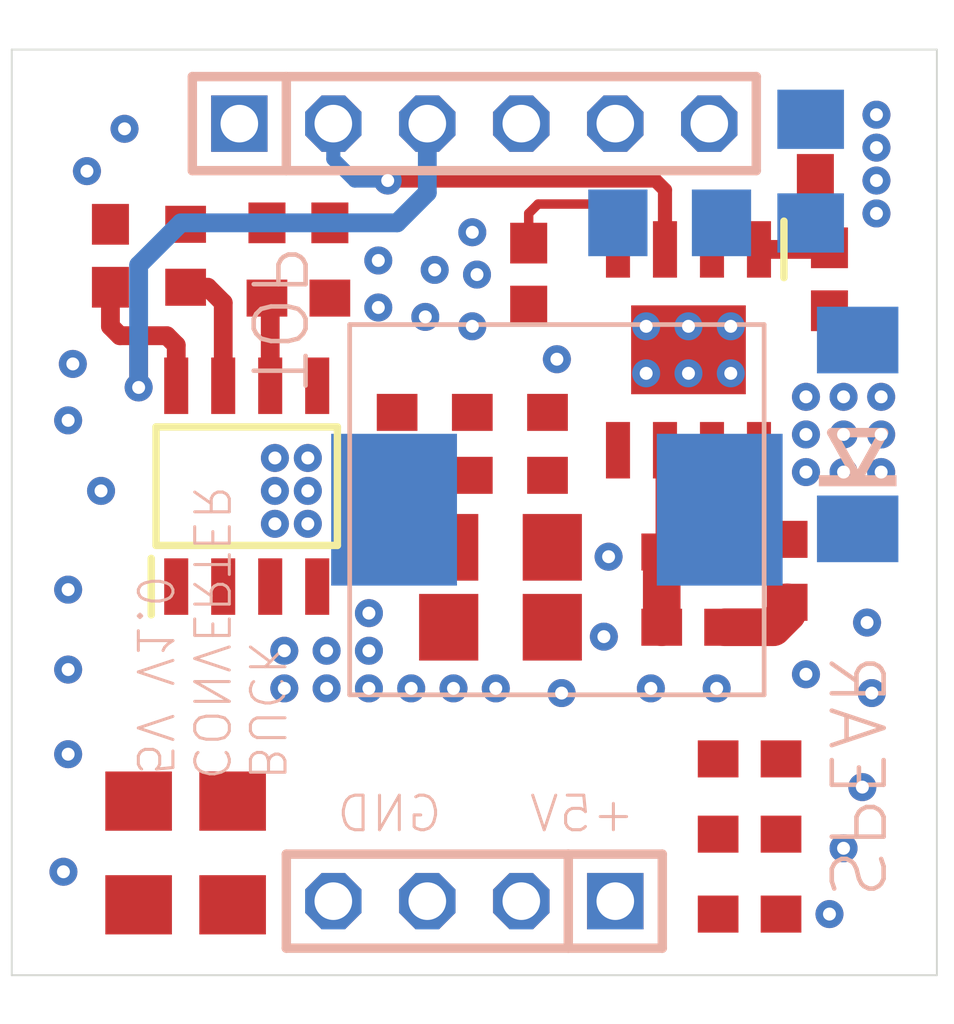
<source format=kicad_pcb>
(kicad_pcb (version 20211014) (generator pcbnew)
  (layers (0 "F.Cu" signal) (31 "B.Cu" signal) (34 "B.Paste" user) (35 "F.Paste" user) (36 "B.SilkS" user "B.Silkscreen") (37 "F.SilkS" user "F.Silkscreen") (38 "B.Mask" user) (39 "F.Mask" user) (44 "Edge.Cuts" user))
  (net 0 "")
  (net 1 "N$1")
  (net 2 "N$2")
  (net 3 "GND")
  (net 4 "VIN")
  (net 5 "N$4")
  (net 6 "N$5")
  (net 7 "EN")
  (net 8 "N$3")
  (net 9 "SW")
  (net 10 "N$9")
  (net 11 "N$11")
  (net 12 "VOUT")
  (net 13 "+5V")
  (net 14 "VIOUT")
  (net 15 "AIOUT")
  (net 16 "N$7")
  (footprint "buck module 5v:R0603" (layer "F.Cu") (at 140.7001 98.0726 -90)
    (fp_text reference "R5" hide)
    (fp_text value "7.5k" hide)
    (pad "1" smd rect (at -0.85 0 270) (size 1 1.1) (layers "F.Cu" "F.Paste" "F.Mask") (net 15 "AIOUT"))
    (pad "2" smd rect (at 0.85 0 270) (size 1 1.1) (layers "F.Cu" "F.Paste" "F.Mask") (net 14 "VIOUT"))
  )
  (footprint "buck module 5v:R0603" (layer "F.Cu") (at 148.4471 103.1526 90)
    (fp_text reference "R3" hide)
    (fp_text value "200k" hide)
    (pad "1" smd rect (at -0.85 0 90) (size 1 1.1) (layers "F.Cu" "F.Paste" "F.Mask") (net 11 "N$11"))
    (pad "2" smd rect (at 0.85 0 90) (size 1 1.1) (layers "F.Cu" "F.Paste" "F.Mask") (net 10 "N$9"))
  )
  (footprint "buck module 5v:C1206" (layer "F.Cu") (at 149.2091 105.9466)
    (fp_text reference "C9" hide)
    (fp_text value "10uF" hide)
    (pad "1" smd rect (at -1.4 0) (size 1.6 1.8) (layers "F.Cu" "F.Paste" "F.Mask") (net 9 "SW"))
    (pad "2" smd rect (at 1.4 0) (size 1.6 1.8) (layers "F.Cu" "F.Paste" "F.Mask") (net 3 "GND"))
  )
  (footprint "buck module 5v:C0603" (layer "F.Cu") (at 143.7481 99.2156)
    (fp_text reference "C13" hide)
    (fp_text value "1nF" hide)
    (pad "1" smd rect (at -0.85 0) (size 1.1 1) (layers "F.Cu" "F.Paste" "F.Mask") (net 16 "N$7"))
    (pad "2" smd rect (at 0.85 0) (size 1.1 1) (layers "F.Cu" "F.Paste" "F.Mask") (net 3 "GND"))
  )
  (footprint "buck module 5v:R0603" (layer "F.Cu") (at 150.4791 103.1526 -90)
    (fp_text reference "R4" hide)
    (fp_text value "39k" hide)
    (pad "1" smd rect (at -0.85 0 270) (size 1 1.1) (layers "F.Cu" "F.Paste" "F.Mask") (net 3 "GND"))
    (pad "2" smd rect (at 0.85 0 270) (size 1 1.1) (layers "F.Cu" "F.Paste" "F.Mask") (net 11 "N$11"))
  )
  (footprint "buck module 5v:C0603" (layer "F.Cu") (at 157.7181 95.0246 90)
    (fp_text reference "C5" hide)
    (fp_text value "10nF" hide)
    (pad "1" smd rect (at -0.85 0 90) (size 1.1 1) (layers "F.Cu" "F.Paste" "F.Mask") (net 4 "VIN"))
    (pad "2" smd rect (at 0.85 0 90) (size 1.1 1) (layers "F.Cu" "F.Paste" "F.Mask") (net 3 "GND"))
  )
  (footprint "buck module 5v:C1206" (layer "F.Cu") (at 139.4301 114.2016 -90)
    (fp_text reference "C15" hide)
    (fp_text value "10uF" hide)
    (pad "1" smd rect (at -1.4 0 270) (size 1.6 1.8) (layers "F.Cu" "F.Paste" "F.Mask") (net 12 "VOUT"))
    (pad "2" smd rect (at 1.4 0 270) (size 1.6 1.8) (layers "F.Cu" "F.Paste" "F.Mask") (net 3 "GND"))
  )
  (footprint "buck module 5v:C0603" (layer "F.Cu") (at 155.9401 113.6936)
    (fp_text reference "C11" hide)
    (fp_text value "100nF" hide)
    (pad "1" smd rect (at -0.85 0) (size 1.1 1) (layers "F.Cu" "F.Paste" "F.Mask") (net 12 "VOUT"))
    (pad "2" smd rect (at 0.85 0) (size 1.1 1) (layers "F.Cu" "F.Paste" "F.Mask") (net 3 "GND"))
  )
  (footprint "buck module 5v:C1206" (layer "F.Cu") (at 141.9701 114.2016 -90)
    (fp_text reference "C10" hide)
    (fp_text value "10uF" hide)
    (pad "1" smd rect (at -1.4 0 270) (size 1.6 1.8) (layers "F.Cu" "F.Paste" "F.Mask") (net 12 "VOUT"))
    (pad "2" smd rect (at 1.4 0 270) (size 1.6 1.8) (layers "F.Cu" "F.Paste" "F.Mask") (net 3 "GND"))
  )
  (footprint "buck module 5v:C0603" (layer "F.Cu") (at 154.4161 106.0736)
    (fp_text reference "C6" hide)
    (fp_text value "22pF" hide)
    (pad "1" smd rect (at -0.85 0) (size 1.1 1) (layers "F.Cu" "F.Paste" "F.Mask") (net 6 "N$5"))
    (pad "2" smd rect (at 0.85 0) (size 1.1 1) (layers "F.Cu" "F.Paste" "F.Mask") (net 3 "GND"))
  )
  (footprint "buck module 5v:C0603" (layer "F.Cu") (at 138.6681 98.0726 90)
    (fp_text reference "C14" hide)
    (fp_text value "100nF" hide)
    (pad "1" smd rect (at -0.85 0 90) (size 1.1 1) (layers "F.Cu" "F.Paste" "F.Mask") (net 13 "+5V"))
    (pad "2" smd rect (at 0.85 0 90) (size 1.1 1) (layers "F.Cu" "F.Paste" "F.Mask") (net 3 "GND"))
  )
  (footprint "buck module 5v:C0603" (layer "F.Cu") (at 155.9401 111.6616)
    (fp_text reference "C16" hide)
    (fp_text value "10nF" hide)
    (pad "1" smd rect (at -0.85 0) (size 1.1 1) (layers "F.Cu" "F.Paste" "F.Mask") (net 12 "VOUT"))
    (pad "2" smd rect (at 0.85 0) (size 1.1 1) (layers "F.Cu" "F.Paste" "F.Mask") (net 3 "GND"))
  )
  (footprint "buck module 5v:C0603" (layer "F.Cu") (at 155.9401 115.8526)
    (fp_text reference "C12" hide)
    (fp_text value "100nF" hide)
    (pad "1" smd rect (at -0.85 0) (size 1.1 1) (layers "F.Cu" "F.Paste" "F.Mask") (net 12 "VOUT"))
    (pad "2" smd rect (at 0.85 0) (size 1.1 1) (layers "F.Cu" "F.Paste" "F.Mask") (net 3 "GND"))
  )
  (footprint "buck module 5v:SOIC127P600X170-9N" (layer "F.Cu") (at 154.2891 100.6126 -90)
    (fp_text reference "IC1" hide)
    (fp_text value "TPS54531DDA" hide)
    (fp_line (start -3.475 -2.58) (end -1.95 -2.58) (layer "F.SilkS") (width 0.2))
    (pad "1" smd rect (at -2.712 -1.905 270) (size 1.525 0.65) (layers "F.Cu" "F.Paste" "F.Mask") (net 1 "N$1"))
    (pad "2" smd rect (at -2.712 -0.635 270) (size 1.525 0.65) (layers "F.Cu" "F.Paste" "F.Mask") (net 4 "VIN"))
    (pad "3" smd rect (at -2.712 0.635 270) (size 1.525 0.65) (layers "F.Cu" "F.Paste" "F.Mask") (net 7 "EN"))
    (pad "4" smd rect (at -2.712 1.905 270) (size 1.525 0.65) (layers "F.Cu" "F.Paste" "F.Mask") (net 5 "N$4"))
    (pad "5" smd rect (at 2.712 1.905 270) (size 1.525 0.65) (layers "F.Cu" "F.Paste" "F.Mask") (net 11 "N$11"))
    (pad "6" smd rect (at 2.712 0.635 270) (size 1.525 0.65) (layers "F.Cu" "F.Paste" "F.Mask") (net 6 "N$5"))
    (pad "7" smd rect (at 2.712 -0.635 270) (size 1.525 0.65) (layers "F.Cu" "F.Paste" "F.Mask") (net 3 "GND"))
    (pad "8" smd rect (at 2.712 -1.905 270) (size 1.525 0.65) (layers "F.Cu" "F.Paste" "F.Mask") (net 2 "N$2"))
    (pad "9" smd rect (at 0 0) (size 3.1 2.4) (layers "F.Cu" "F.Paste" "F.Mask") (net 3 "GND"))
  )
  (footprint "buck module 5v:C1206" (layer "F.Cu") (at 149.2091 108.1056)
    (fp_text reference "C8" hide)
    (fp_text value "10uF" hide)
    (pad "1" smd rect (at -1.4 0) (size 1.6 1.8) (layers "F.Cu" "F.Paste" "F.Mask") (net 9 "SW"))
    (pad "2" smd rect (at 1.4 0) (size 1.6 1.8) (layers "F.Cu" "F.Paste" "F.Mask") (net 3 "GND"))
  )
  (footprint "buck module 5v:R0603" (layer "F.Cu") (at 156.9561 106.5816 -90)
    (fp_text reference "R1" hide)
    (fp_text value "37.4k" hide)
    (pad "1" smd rect (at -0.85 0 270) (size 1 1.1) (layers "F.Cu" "F.Paste" "F.Mask") (net 3 "GND"))
    (pad "2" smd rect (at 0.85 0 270) (size 1 1.1) (layers "F.Cu" "F.Paste" "F.Mask") (net 8 "N$3"))
  )
  (footprint "buck module 5v:C0603" (layer "F.Cu") (at 154.4161 108.1056)
    (fp_text reference "C7" hide)
    (fp_text value "2200pF" hide)
    (pad "1" smd rect (at -0.85 0) (size 1.1 1) (layers "F.Cu" "F.Paste" "F.Mask") (net 6 "N$5"))
    (pad "2" smd rect (at 0.85 0) (size 1.1 1) (layers "F.Cu" "F.Paste" "F.Mask") (net 8 "N$3"))
  )
  (footprint "buck module 5v:R0603" (layer "F.Cu") (at 143.7481 97.1836 180)
    (fp_text reference "R6" hide)
    (fp_text value "10k" hide)
    (pad "1" smd rect (at -0.85 0 180) (size 1 1.1) (layers "F.Cu" "F.Paste" "F.Mask") (net 3 "GND"))
    (pad "2" smd rect (at 0.85 0 180) (size 1 1.1) (layers "F.Cu" "F.Paste" "F.Mask") (net 15 "AIOUT"))
  )
  (footprint "buck module 5v:R0603" (layer "F.Cu") (at 146.4151 103.1526 -90)
    (fp_text reference "R2" hide)
    (fp_text value "51.1" hide)
    (pad "1" smd rect (at -0.85 0 270) (size 1 1.1) (layers "F.Cu" "F.Paste" "F.Mask") (net 10 "N$9"))
    (pad "2" smd rect (at 0.85 0 270) (size 1 1.1) (layers "F.Cu" "F.Paste" "F.Mask") (net 9 "SW"))
  )
  (footprint "buck module 5v:SOIC127P600X175-8N" (layer "F.Cu") (at 142.3511 104.2956 90)
    (fp_text reference "IC2" hide)
    (fp_text value "ACS712ELCTR-20A-T" hide)
    (fp_line (start -1.6 2.45) (end -1.6 -2.45) (layer "F.SilkS") (width 0.2))
    (fp_line (start 1.6 -2.45) (end 1.6 2.45) (layer "F.SilkS") (width 0.2))
    (fp_line (start -3.475 -2.58) (end -1.95 -2.58) (layer "F.SilkS") (width 0.2))
    (fp_line (start 1.6 2.45) (end -1.6 2.45) (layer "F.SilkS") (width 0.2))
    (fp_line (start -1.6 -2.45) (end 1.6 -2.45) (layer "F.SilkS") (width 0.2))
    (pad "1" smd rect (at -2.712 -1.905 90) (size 1.525 0.65) (layers "F.Cu" "F.Paste" "F.Mask") (net 12 "VOUT"))
    (pad "2" smd rect (at -2.712 -0.635 90) (size 1.525 0.65) (layers "F.Cu" "F.Paste" "F.Mask") (net 12 "VOUT"))
    (pad "3" smd rect (at -2.712 0.635 90) (size 1.525 0.65) (layers "F.Cu" "F.Paste" "F.Mask") (net 9 "SW"))
    (pad "4" smd rect (at -2.712 1.905 90) (size 1.525 0.65) (layers "F.Cu" "F.Paste" "F.Mask") (net 9 "SW"))
    (pad "5" smd rect (at 2.712 1.905 90) (size 1.525 0.65) (layers "F.Cu" "F.Paste" "F.Mask") (net 3 "GND"))
    (pad "6" smd rect (at 2.712 0.635 90) (size 1.525 0.65) (layers "F.Cu" "F.Paste" "F.Mask") (net 16 "N$7"))
    (pad "7" smd rect (at 2.712 -0.635 90) (size 1.525 0.65) (layers "F.Cu" "F.Paste" "F.Mask") (net 14 "VIOUT"))
    (pad "8" smd rect (at 2.712 -1.905 90) (size 1.525 0.65) (layers "F.Cu" "F.Paste" "F.Mask") (net 13 "+5V"))
  )
  (footprint "buck module 5v:C0603" (layer "F.Cu") (at 149.9711 98.5806 -90)
    (fp_text reference "C2" hide)
    (fp_text value "100nF" hide)
    (pad "1" smd rect (at -0.85 0 270) (size 1.1 1) (layers "F.Cu" "F.Paste" "F.Mask") (net 5 "N$4"))
    (pad "2" smd rect (at 0.85 0 270) (size 1.1 1) (layers "F.Cu" "F.Paste" "F.Mask") (net 3 "GND"))
  )
  (footprint "buck module 5v:C0603" (layer "F.Cu") (at 158.0991 98.7076 90)
    (fp_text reference "C1" hide)
    (fp_text value "100nF" hide)
    (pad "1" smd rect (at -0.85 0 90) (size 1.1 1) (layers "F.Cu" "F.Paste" "F.Mask") (net 2 "N$2"))
    (pad "2" smd rect (at 0.85 0 90) (size 1.1 1) (layers "F.Cu" "F.Paste" "F.Mask") (net 1 "N$1"))
  )
  (footprint "buck module 5v:C1206" (layer "B.Cu") (at 153.7811 97.1836 180)
    (fp_text reference "C4" hide)
    (fp_text value "10uF" hide)
    (pad "1" smd rect (at -1.4 0 180) (size 1.6 1.8) (layers "B.Cu" "B.Paste" "B.Mask") (net 4 "VIN"))
    (pad "2" smd rect (at 1.4 0 180) (size 1.6 1.8) (layers "B.Cu" "B.Paste" "B.Mask") (net 3 "GND"))
  )
  (footprint "buck module 5v:DO214AA" (layer "B.Cu") (at 158.8611 102.8986 90)
    (fp_text reference "D1" hide)
    (fp_text value "")
    (fp_line (start 0.05 -0.7) (end -1.2 0) (layer "B.SilkS") (width 0.254))
    (fp_line (start -1.2 0) (end 0.05 0.7) (layer "B.SilkS") (width 0.254))
    (fp_line (start 0.05 0.7) (end 0.05 -0.7) (layer "B.SilkS") (width 0.254))
    (fp_poly (pts (xy -1.4 -1.05) (xy -1.1 -1.05) (xy -1.1 1.05) (xy -1.4 1.05)) (layer "B.SilkS") (width 0) (fill solid))
    (pad "A" smd rect (at 2.55 0 90) (size 1.8 2.2) (layers "B.Cu" "B.Paste" "B.Mask") (net 3 "GND"))
    (pad "C" smd rect (at -2.55 0 90) (size 1.8 2.2) (layers "B.Cu" "B.Paste" "B.Mask") (net 2 "N$2"))
  )
  (footprint "buck module 5v:1X04" (layer "B.Cu") (at 148.5011 115.5036 180)
    (fp_text reference "JP1" hide)
    (fp_text value "")
    (fp_line (start 5.08 -1.27) (end -5.08 -1.27) (layer "B.SilkS") (width 0.254))
    (fp_line (start -2.54 1.27) (end 5.08 1.27) (layer "B.SilkS") (width 0.254))
    (fp_line (start -2.54 1.27) (end -2.54 -1.27) (layer "B.SilkS") (width 0.254))
    (fp_line (start -5.08 1.27) (end -5.08 -1.27) (layer "B.SilkS") (width 0.254))
    (fp_line (start -5.08 1.27) (end -2.54 1.27) (layer "B.SilkS") (width 0.254))
    (fp_line (start 5.08 1.27) (end 5.08 -1.27) (layer "B.SilkS") (width 0.254))
    (pad "1" thru_hole rect (at -3.81 0 90) (size 1.524 1.524) (drill 1.016) (layers *.Cu *.Mask) (net 12 "VOUT"))
    (pad "2" thru_hole roundrect (at -1.27 0 90) (size 1.524 1.524) (drill 1.016) (layers *.Cu *.Mask) (chamfer_ratio 0.2928932188) (chamfer top_left top_right bottom_left bottom_right) (net 12 "VOUT"))
    (pad "3" thru_hole roundrect (at 1.27 0 90) (size 1.524 1.524) (drill 1.016) (layers *.Cu *.Mask) (chamfer_ratio 0.2928932188) (chamfer top_left top_right bottom_left bottom_right) (net 3 "GND"))
    (pad "4" thru_hole roundrect (at 3.81 0 90) (size 1.524 1.524) (drill 1.016) (layers *.Cu *.Mask) (chamfer_ratio 0.2928932188) (chamfer top_left top_right bottom_left bottom_right) (net 3 "GND"))
  )
  (footprint "buck module 5v:22UH-1040-5A" (layer "B.Cu") (at 150.7331 104.9306 180)
    (fp_text reference "U$1" hide)
    (fp_text value "10uH" hide)
    (fp_line (start -5.6 5) (end 5.6 5) (layer "B.SilkS") (width 0.127))
    (fp_line (start 5.6 -5) (end -5.6 -5) (layer "B.SilkS") (width 0.127))
    (fp_line (start -5.6 -5) (end -5.6 5) (layer "B.SilkS") (width 0.127))
    (fp_line (start 5.6 5) (end 5.6 -5) (layer "B.SilkS") (width 0.127))
    (pad "P$1" smd rect (at -4.4 0 180) (size 3.4 4.1) (layers "B.Cu" "B.Paste" "B.Mask") (net 2 "N$2"))
    (pad "P$2" smd rect (at 4.4 0 180) (size 3.4 4.1) (layers "B.Cu" "B.Paste" "B.Mask") (net 9 "SW"))
  )
  (footprint "buck module 5v:C1206" (layer "B.Cu") (at 157.5911 95.7866 90)
    (fp_text reference "C3" hide)
    (fp_text value "10uF" hide)
    (pad "1" smd rect (at -1.4 0 90) (size 1.6 1.8) (layers "B.Cu" "B.Paste" "B.Mask") (net 4 "VIN"))
    (pad "2" smd rect (at 1.4 0 90) (size 1.6 1.8) (layers "B.Cu" "B.Paste" "B.Mask") (net 3 "GND"))
  )
  (footprint "buck module 5v:1X06" (layer "B.Cu") (at 148.5011 94.5036)
    (fp_text reference "JP2" hide)
    (fp_text value "")
    (fp_line (start -7.62 1.27) (end -7.62 -1.27) (layer "B.SilkS") (width 0.254))
    (fp_line (start -5.08 1.27) (end -7.62 1.27) (layer "B.SilkS") (width 0.254))
    (fp_line (start 7.62 1.27) (end 7.62 -1.27) (layer "B.SilkS") (width 0.254))
    (fp_line (start 7.62 -1.27) (end -7.62 -1.27) (layer "B.SilkS") (width 0.254))
    (fp_line (start -5.08 1.27) (end -5.08 -1.27) (layer "B.SilkS") (width 0.254))
    (fp_line (start 7.62 1.27) (end -5.08 1.27) (layer "B.SilkS") (width 0.254))
    (pad "1" thru_hole rect (at -6.35 0 270) (size 1.524 1.524) (drill 1.016) (layers *.Cu *.Mask) (net 15 "AIOUT"))
    (pad "2" thru_hole roundrect (at -3.81 0 270) (size 1.524 1.524) (drill 1.016) (layers *.Cu *.Mask) (chamfer_ratio 0.2928932188) (chamfer top_left top_right bottom_left bottom_right) (net 7 "EN"))
    (pad "3" thru_hole roundrect (at -1.27 0 270) (size 1.524 1.524) (drill 1.016) (layers *.Cu *.Mask) (chamfer_ratio 0.2928932188) (chamfer top_left top_right bottom_left bottom_right) (net 13 "+5V"))
    (pad "4" thru_hole roundrect (at 1.27 0 270) (size 1.524 1.524) (drill 1.016) (layers *.Cu *.Mask) (chamfer_ratio 0.2928932188) (chamfer top_left top_right bottom_left bottom_right) (net 3 "GND"))
    (pad "5" thru_hole roundrect (at 3.81 0 270) (size 1.524 1.524) (drill 1.016) (layers *.Cu *.Mask) (chamfer_ratio 0.2928932188) (chamfer top_left top_right bottom_left bottom_right) (net 4 "VIN"))
    (pad "6" thru_hole roundrect (at 6.35 0 270) (size 1.524 1.524) (drill 1.016) (layers *.Cu *.Mask) (chamfer_ratio 0.2928932188) (chamfer top_left top_right bottom_left bottom_right) (net 4 "VIN"))
  )
  (gr_line (start 161.0011 117.5036) (end 161.0011 92.5036) (layer "Edge.Cuts") (width 0.05))
  (gr_line (start 136.0011 117.5036) (end 161.0011 117.5036) (layer "Edge.Cuts") (width 0.05))
  (gr_line (start 161.0011 92.5036) (end 136.0011 92.5036) (layer "Edge.Cuts") (width 0.05))
  (gr_line (start 136.0011 92.5036) (end 136.0011 117.5036) (layer "Edge.Cuts") (width 0.05))
  (gr_text "TOP" (at 144.0021 97.6916 -90) (layer "B.SilkS") (effects (font (size 1.40208 1.40208) (thickness 0.12192)) (justify right top mirror)))
  (gr_text "GND" (at 147.6851 113.6936) (layer "B.SilkS") (effects (font (size 0.93472 0.93472) (thickness 0.08128)) (justify left bottom mirror)))
  (gr_text "+5V" (at 152.8921 113.6936) (layer "B.SilkS") (effects (font (size 0.93472 0.93472) (thickness 0.08128)) (justify left bottom mirror)))
  (gr_text "5V V1.0" (at 139.3031 112.1696 -90) (layer "B.SilkS") (effects (font (size 0.93472 0.93472) (thickness 0.08128)) (justify left bottom mirror)))
  (gr_text "SPEAR" (at 159.6231 108.7406 -90) (layer "B.SilkS") (effects (font (size 1.40208 1.40208) (thickness 0.12192)) (justify right top mirror)))
  (gr_text "BUCK\nCONVERTER" (at 140.8271 112.2966 -90) (layer "B.SilkS") (effects (font (size 0.93472 0.93472) (thickness 0.08128)) (justify left bottom mirror)))
  (segment (start 158.0561 97.9006) (end 158.0991 97.8576) (width 0.508) (layer "F.Cu") (net 1))
  (segment (start 156.1941 97.9006) (end 158.0561 97.9006) (width 0.508) (layer "F.Cu") (net 1))
  (via (at 158.4801 101.8826) (size 0.7564) (drill 0.35) (layers "F.Cu" "B.Cu") (net 2))
  (via (at 158.4801 102.8986) (size 0.7564) (drill 0.35) (layers "F.Cu" "B.Cu") (net 2))
  (via (at 159.4961 102.8986) (size 0.7564) (drill 0.35) (layers "F.Cu" "B.Cu") (net 2))
  (via (at 159.4961 101.8826) (size 0.7564) (drill 0.35) (layers "F.Cu" "B.Cu") (net 2))
  (via (at 157.4641 103.9146) (size 0.7564) (drill 0.35) (layers "F.Cu" "B.Cu") (net 2))
  (via (at 157.4641 101.8826) (size 0.7564) (drill 0.35) (layers "F.Cu" "B.Cu") (net 2))
  (via (at 158.4801 103.9146) (size 0.7564) (drill 0.35) (layers "F.Cu" "B.Cu") (net 2))
  (via (at 159.4961 103.9146) (size 0.7564) (drill 0.35) (layers "F.Cu" "B.Cu") (net 2))
  (via (at 157.4641 102.8986) (size 0.7564) (drill 0.35) (layers "F.Cu" "B.Cu") (net 2))
  (via (at 137.5251 102.5176) (size 0.7564) (drill 0.35) (layers "F.Cu" "B.Cu") (net 3))
  (via (at 147.1771 99.7236) (size 0.7564) (drill 0.35) (layers "F.Cu" "B.Cu") (net 3))
  (via (at 150.8601 109.8836) (size 0.7564) (drill 0.35) (layers "F.Cu" "B.Cu") (net 3))
  (via (at 145.9071 99.4696) (size 0.7564) (drill 0.35) (layers "F.Cu" "B.Cu") (net 3))
  (via (at 159.3691 96.9296) (size 0.7564) (drill 0.35) (layers "F.Cu" "B.Cu") (net 3))
  (via (at 147.4311 98.4536) (size 0.7564) (drill 0.35) (layers "F.Cu" "B.Cu") (net 3))
  (via (at 145.9071 98.1996) (size 0.7564) (drill 0.35) (layers "F.Cu" "B.Cu") (net 3))
  (via (at 137.5251 109.2486) (size 0.7564) (drill 0.35) (layers "F.Cu" "B.Cu") (net 3))
  (via (at 148.4471 99.9776) (size 0.7564) (drill 0.35) (layers "F.Cu" "B.Cu") (net 3))
  (via (at 158.9881 112.4236) (size 0.7564) (drill 0.35) (layers "F.Cu" "B.Cu") (net 3))
  (via (at 158.4801 114.0746) (size 0.7564) (drill 0.35) (layers "F.Cu" "B.Cu") (net 3))
  (via (at 155.4321 99.9776) (size 0.7564) (drill 0.35) (layers "F.Cu" "B.Cu") (net 3))
  (via (at 155.0511 109.7566) (size 0.7564) (drill 0.35) (layers "F.Cu" "B.Cu") (net 3))
  (via (at 159.2421 109.8836) (size 0.7564) (drill 0.35) (layers "F.Cu" "B.Cu") (net 3))
  (via (at 148.5741 98.5806) (size 0.7564) (drill 0.35) (layers "F.Cu" "B.Cu") (net 3))
  (via (at 154.2891 101.2476) (size 0.7564) (drill 0.35) (layers "F.Cu" "B.Cu") (net 3))
  (via (at 153.1461 99.9776) (size 0.7564) (drill 0.35) (layers "F.Cu" "B.Cu") (net 3))
  (via (at 158.0991 115.8526) (size 0.7564) (drill 0.35) (layers "F.Cu" "B.Cu") (net 3))
  (via (at 137.3981 114.7096) (size 0.7564) (drill 0.35) (layers "F.Cu" "B.Cu") (net 3))
  (via (at 159.3691 95.1516) (size 0.7564) (drill 0.35) (layers "F.Cu" "B.Cu") (net 3))
  (via (at 155.4321 101.2476) (size 0.7564) (drill 0.35) (layers "F.Cu" "B.Cu") (net 3))
  (via (at 159.1151 107.9786) (size 0.7564) (drill 0.35) (layers "F.Cu" "B.Cu") (net 3))
  (via (at 159.3691 94.2626) (size 0.7564) (drill 0.35) (layers "F.Cu" "B.Cu") (net 3))
  (via (at 150.7331 100.8666) (size 0.7564) (drill 0.35) (layers "F.Cu" "B.Cu") (net 3))
  (via (at 153.1461 101.2476) (size 0.7564) (drill 0.35) (layers "F.Cu" "B.Cu") (net 3))
  (via (at 139.0491 94.6436) (size 0.7564) (drill 0.35) (layers "F.Cu" "B.Cu") (net 3))
  (via (at 137.5251 111.5346) (size 0.7564) (drill 0.35) (layers "F.Cu" "B.Cu") (net 3))
  (via (at 153.2731 109.7566) (size 0.7564) (drill 0.35) (layers "F.Cu" "B.Cu") (net 3))
  (via (at 159.3691 96.0406) (size 0.7564) (drill 0.35) (layers "F.Cu" "B.Cu") (net 3))
  (via (at 137.5251 107.0896) (size 0.7564) (drill 0.35) (layers "F.Cu" "B.Cu") (net 3))
  (via (at 152.0031 108.3596) (size 0.7564) (drill 0.35) (layers "F.Cu" "B.Cu") (net 3))
  (via (at 154.2891 99.9776) (size 0.7564) (drill 0.35) (layers "F.Cu" "B.Cu") (net 3))
  (via (at 138.4141 104.4226) (size 0.7564) (drill 0.35) (layers "F.Cu" "B.Cu") (net 3))
  (via (at 157.4641 109.3756) (size 0.7564) (drill 0.35) (layers "F.Cu" "B.Cu") (net 3))
  (via (at 152.1301 106.2006) (size 0.7564) (drill 0.35) (layers "F.Cu" "B.Cu") (net 3))
  (via (at 137.6521 100.9936) (size 0.7564) (drill 0.35) (layers "F.Cu" "B.Cu") (net 3))
  (via (at 138.0331 95.7866) (size 0.7564) (drill 0.35) (layers "F.Cu" "B.Cu") (net 3))
  (via (at 148.4471 97.4376) (size 0.7564) (drill 0.35) (layers "F.Cu" "B.Cu") (net 3))
  (segment (start 152.3841 96.9296) (end 152.1301 96.6756) (width 0.254) (layer "F.Cu") (net 5))
  (segment (start 149.9711 96.9296) (end 149.9711 97.7306) (width 0.254) (layer "F.Cu") (net 5))
  (segment (start 150.2251 96.6756) (end 149.9711 96.9296) (width 0.254) (layer "F.Cu") (net 5))
  (segment (start 152.3841 97.9006) (end 152.3841 96.9296) (width 0.254) (layer "F.Cu") (net 5))
  (segment (start 152.1301 96.6756) (end 150.2251 96.6756) (width 0.254) (layer "F.Cu") (net 5))
  (segment (start 153.6541 105.9856) (end 153.5661 106.0736) (width 0.508) (layer "F.Cu") (net 6))
  (segment (start 153.5661 108.1056) (end 153.5661 106.0736) (width 1.016) (layer "F.Cu") (net 6))
  (segment (start 153.6541 103.3246) (end 153.6541 105.9856) (width 0.508) (layer "F.Cu") (net 6))
  (segment (start 153.6541 97.9006) (end 153.6541 96.2946) (width 0.381) (layer "F.Cu") (net 7))
  (segment (start 153.4001 96.0406) (end 146.1611 96.0406) (width 0.381) (layer "F.Cu") (net 7))
  (segment (start 153.6541 96.2946) (end 153.4001 96.0406) (width 0.381) (layer "F.Cu") (net 7))
  (via (at 146.1611 96.0406) (size 0.7564) (drill 0.35) (layers "F.Cu" "B.Cu") (net 7))
  (segment (start 146.1611 96.0406) (end 145.2721 96.0406) (width 0.381) (layer "B.Cu") (net 7))
  (segment (start 144.6911 95.4596) (end 144.6911 94.5036) (width 0.381) (layer "B.Cu") (net 7))
  (segment (start 145.2721 96.0406) (end 144.6911 95.4596) (width 0.381) (layer "B.Cu") (net 7))
  (segment (start 156.5751 108.1056) (end 156.9561 107.7246) (width 1.016) (layer "F.Cu") (net 8))
  (segment (start 156.9561 107.7246) (end 156.9561 107.4316) (width 1.016) (layer "F.Cu") (net 8))
  (segment (start 155.2661 108.1056) (end 156.5751 108.1056) (width 1.016) (layer "F.Cu") (net 8))
  (via (at 145.6531 108.7406) (size 0.7564) (drill 0.35) (layers "F.Cu" "B.Cu") (net 9))
  (via (at 143.1131 103.5336) (size 0.7564) (drill 0.35) (layers "F.Cu" "B.Cu") (net 9))
  (via (at 144.0021 104.4226) (size 0.7564) (drill 0.35) (layers "F.Cu" "B.Cu") (net 9))
  (via (at 149.0821 109.7566) (size 0.7564) (drill 0.35) (layers "F.Cu" "B.Cu") (net 9))
  (via (at 144.0021 105.3116) (size 0.7564) (drill 0.35) (layers "F.Cu" "B.Cu") (net 9))
  (via (at 144.5101 108.7406) (size 0.7564) (drill 0.35) (layers "F.Cu" "B.Cu") (net 9))
  (via (at 144.5101 109.7566) (size 0.7564) (drill 0.35) (layers "F.Cu" "B.Cu") (net 9))
  (via (at 143.1131 104.4226) (size 0.7564) (drill 0.35) (layers "F.Cu" "B.Cu") (net 9))
  (via (at 145.6531 107.7246) (size 0.7564) (drill 0.35) (layers "F.Cu" "B.Cu") (net 9))
  (via (at 143.3671 108.7406) (size 0.7564) (drill 0.35) (layers "F.Cu" "B.Cu") (net 9))
  (via (at 144.0021 103.5336) (size 0.7564) (drill 0.35) (layers "F.Cu" "B.Cu") (net 9))
  (via (at 143.3671 109.7566) (size 0.7564) (drill 0.35) (layers "F.Cu" "B.Cu") (net 9))
  (via (at 143.1131 105.3116) (size 0.7564) (drill 0.35) (layers "F.Cu" "B.Cu") (net 9))
  (via (at 147.9391 109.7566) (size 0.7564) (drill 0.35) (layers "F.Cu" "B.Cu") (net 9))
  (via (at 146.7961 109.7566) (size 0.7564) (drill 0.35) (layers "F.Cu" "B.Cu") (net 9))
  (via (at 145.6531 109.7566) (size 0.7564) (drill 0.35) (layers "F.Cu" "B.Cu") (net 9))
  (segment (start 140.4461 100.4856) (end 140.1921 100.2316) (width 0.508) (layer "F.Cu") (net 13))
  (segment (start 138.6681 99.9776) (end 138.6681 98.9226) (width 0.508) (layer "F.Cu") (net 13))
  (segment (start 138.9221 100.2316) (end 138.6681 99.9776) (width 0.508) (layer "F.Cu") (net 13))
  (segment (start 140.1921 100.2316) (end 139.4301 100.2316) (width 0.508) (layer "F.Cu") (net 13))
  (segment (start 139.4301 100.2316) (end 138.9221 100.2316) (width 0.508) (layer "F.Cu") (net 13))
  (segment (start 139.4301 100.2316) (end 139.4301 101.6286) (width 0.508) (layer "F.Cu") (net 13))
  (segment (start 140.4461 101.5836) (end 140.4461 100.4856) (width 0.508) (layer "F.Cu") (net 13))
  (via (at 139.4301 101.6286) (size 0.7564) (drill 0.35) (layers "F.Cu" "B.Cu") (net 13))
  (segment (start 146.4151 97.1836) (end 147.2311 96.3676) (width 0.508) (layer "B.Cu") (net 13))
  (segment (start 139.4301 101.6286) (end 139.4301 98.3266) (width 0.508) (layer "B.Cu") (net 13))
  (segment (start 140.5731 97.1836) (end 146.4151 97.1836) (width 0.508) (layer "B.Cu") (net 13))
  (segment (start 139.4301 98.3266) (end 140.5731 97.1836) (width 0.508) (layer "B.Cu") (net 13))
  (segment (start 147.2311 96.3676) (end 147.2311 94.5036) (width 0.508) (layer "B.Cu") (net 13))
  (segment (start 141.2961 98.9226) (end 140.7001 98.9226) (width 0.508) (layer "F.Cu") (net 14))
  (segment (start 141.7161 99.3426) (end 141.2961 98.9226) (width 0.508) (layer "F.Cu") (net 14))
  (segment (start 141.7161 101.5836) (end 141.7161 99.3426) (width 0.508) (layer "F.Cu") (net 14))
  (segment (start 142.9861 101.5836) (end 142.9861 99.3036) (width 0.508) (layer "F.Cu") (net 16))
  (segment (start 142.9861 99.3036) (end 142.8981 99.2156) (width 0.508) (layer "F.Cu") (net 16))
)
</source>
